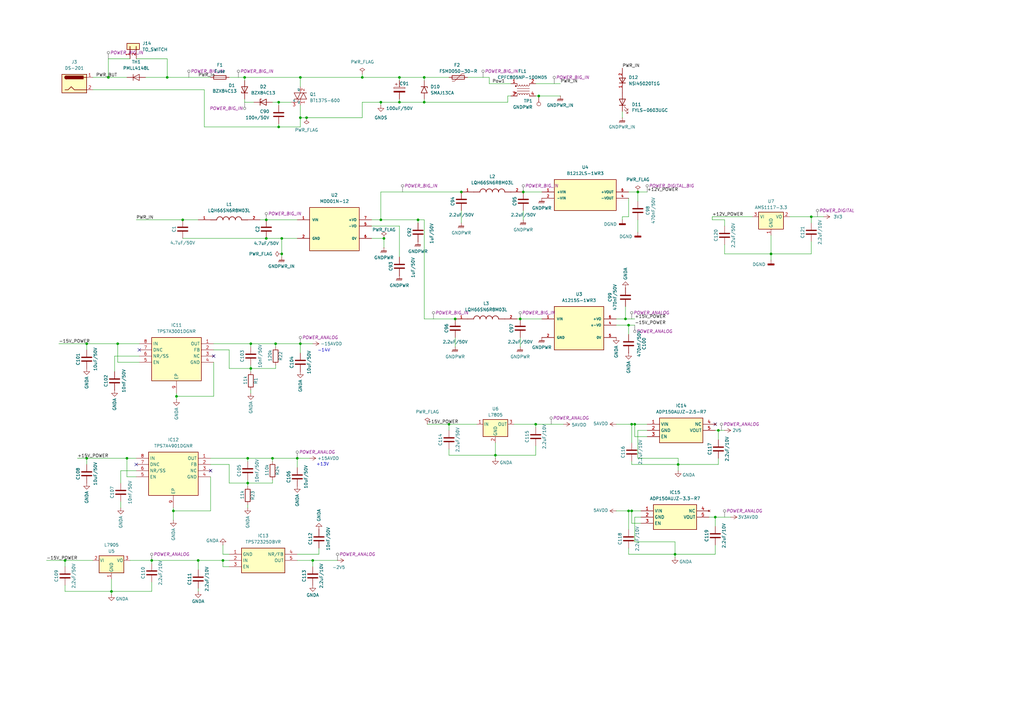
<source format=kicad_sch>
(kicad_sch (version 20231120) (generator "eeschema") (generator_version "8.0")
  (paper "A3")
  (junction (at 114.3 41.91))
  (junction (at 276.86 227.33))
  (junction (at 173.99 31.75))
  (junction (at 114.3 52.07))
  (junction (at 256.54 130.81))
  (junction (at 48.26 140.97))
  (junction (at 259.08 173.99))
  (junction (at 91.44 229.87))
  (junction (at 156.21 90.17))
  (junction (at 115.57 104.14))
  (junction (at 81.28 229.87))
  (junction (at 171.45 90.17))
  (junction (at 219.71 173.99))
  (junction (at 125.73 48.26))
  (junction (at 45.72 242.57))
  (junction (at 259.08 209.55))
  (junction (at 257.81 133.35))
  (junction (at 35.56 187.96))
  (junction (at 156.21 41.91))
  (junction (at 203.2 186.69))
  (junction (at 35.56 140.97))
  (junction (at 123.19 140.97))
  (junction (at 123.19 48.26))
  (junction (at 163.83 31.75))
  (junction (at 44.45 31.75))
  (junction (at 71.12 209.55))
  (junction (at 332.74 88.9))
  (junction (at 189.23 78.74))
  (junction (at 128.27 229.87))
  (junction (at 74.93 90.17))
  (junction (at 186.69 130.81))
  (junction (at 109.22 90.17))
  (junction (at 101.6 187.96))
  (junction (at 293.37 212.09))
  (junction (at 68.58 31.75))
  (junction (at 72.39 162.56))
  (junction (at 163.83 41.91))
  (junction (at 148.59 31.75))
  (junction (at 294.64 176.53))
  (junction (at 102.87 140.97))
  (junction (at 109.22 97.79))
  (junction (at 111.76 187.96))
  (junction (at 115.57 97.79))
  (junction (at 102.87 151.13))
  (junction (at 261.62 78.74))
  (junction (at 101.6 198.12))
  (junction (at 62.23 229.87))
  (junction (at 26.67 229.87))
  (junction (at 278.13 190.5))
  (junction (at 213.36 130.81))
  (junction (at 113.03 140.97))
  (junction (at 214.63 78.74))
  (junction (at 121.92 187.96))
  (junction (at 220.98 39.37))
  (junction (at 260.35 173.99))
  (junction (at 100.33 31.75))
  (junction (at 173.99 41.91))
  (junction (at 157.48 97.79))
  (junction (at 184.15 173.99))
  (junction (at 52.07 187.96))
  (junction (at 316.23 104.14))
  (junction (at 123.19 31.75))
  (junction (at 257.81 209.55))
  (no_connect (at 87.63 146.05))
  (no_connect (at 86.36 193.04))
  (no_connect (at 57.15 143.51))
  (no_connect (at 293.37 173.99))
  (no_connect (at 55.88 190.5))
  (wire (pts (xy 148.59 30.48) (xy 148.59 31.75)))
  (wire (pts (xy 83.82 52.07) (xy 114.3 52.07)))
  (wire (pts (xy 49.53 208.28) (xy 49.53 205.74)))
  (wire (pts (xy 49.53 193.04) (xy 49.53 198.12)))
  (wire (pts (xy 57.15 140.97) (xy 48.26 140.97)))
  (wire (pts (xy 292.1 90.17) (xy 297.18 90.17)))
  (wire (pts (xy 72.39 163.83) (xy 72.39 162.56)))
  (wire (pts (xy 262.89 212.09) (xy 260.35 212.09)))
  (wire (pts (xy 114.3 41.91) (xy 119.38 41.91)))
  (wire (pts (xy 55.88 90.17) (xy 74.93 90.17)))
  (wire (pts (xy 152.4 90.17) (xy 156.21 90.17)))
  (wire (pts (xy 261.62 95.25) (xy 261.62 90.17)))
  (wire (pts (xy 45.72 242.57) (xy 62.23 242.57)))
  (wire (pts (xy 260.35 222.25) (xy 276.86 222.25)))
  (wire (pts (xy 100.33 40.64) (xy 100.33 41.91)))
  (wire (pts (xy 57.15 148.59) (xy 48.26 148.59)))
  (wire (pts (xy 173.99 40.64) (xy 173.99 41.91)))
  (wire (pts (xy 173.99 31.75) (xy 184.15 31.75)))
  (wire (pts (xy 297.18 104.14) (xy 316.23 104.14)))
  (wire (pts (xy 255.27 88.9) (xy 255.27 90.17)))
  (wire (pts (xy 101.6 187.96) (xy 101.6 189.23)))
  (wire (pts (xy 252.73 173.99) (xy 259.08 173.99)))
  (wire (pts (xy 332.74 88.9) (xy 337.82 88.9)))
  (wire (pts (xy 26.67 242.57) (xy 45.72 242.57)))
  (wire (pts (xy 130.81 227.33) (xy 121.92 227.33)))
  (wire (pts (xy 156.21 43.18) (xy 156.21 41.91)))
  (wire (pts (xy 212.09 130.81) (xy 213.36 130.81)))
  (wire (pts (xy 148.59 31.75) (xy 163.83 31.75)))
  (wire (pts (xy 72.39 162.56) (xy 72.39 161.29)))
  (wire (pts (xy 123.19 43.18) (xy 123.19 48.26)))
  (wire (pts (xy 35.56 140.97) (xy 35.56 143.51)))
  (wire (pts (xy 93.98 232.41) (xy 91.44 232.41)))
  (wire (pts (xy 125.73 48.26) (xy 148.59 48.26)))
  (wire (pts (xy 113.03 142.24) (xy 113.03 140.97)))
  (wire (pts (xy 257.81 81.28) (xy 257.81 88.9)))
  (wire (pts (xy 297.18 176.53) (xy 294.64 176.53)))
  (wire (pts (xy 278.13 187.96) (xy 278.13 190.5)))
  (wire (pts (xy 293.37 212.09) (xy 290.83 212.09)))
  (wire (pts (xy 113.03 149.86) (xy 113.03 151.13)))
  (wire (pts (xy 213.36 142.24) (xy 213.36 138.43)))
  (wire (pts (xy 175.26 173.99) (xy 184.15 173.99)))
  (wire (pts (xy 156.21 78.74) (xy 189.23 78.74)))
  (wire (pts (xy 121.92 97.79) (xy 115.57 97.79)))
  (wire (pts (xy 260.35 173.99) (xy 265.43 173.99)))
  (wire (pts (xy 91.44 223.52) (xy 91.44 227.33)))
  (wire (pts (xy 184.15 186.69) (xy 203.2 186.69)))
  (wire (pts (xy 55.88 195.58) (xy 52.07 195.58)))
  (wire (pts (xy 261.62 187.96) (xy 278.13 187.96)))
  (wire (pts (xy 111.76 189.23) (xy 111.76 187.96)))
  (wire (pts (xy 259.08 214.63) (xy 259.08 209.55)))
  (wire (pts (xy 87.63 143.51) (xy 93.98 143.51)))
  (wire (pts (xy 55.88 187.96) (xy 52.07 187.96)))
  (wire (pts (xy 332.74 104.14) (xy 316.23 104.14)))
  (wire (pts (xy 44.45 24.13) (xy 44.45 31.75)))
  (wire (pts (xy 55.88 24.13) (xy 68.58 24.13)))
  (wire (pts (xy 152.4 97.79) (xy 157.48 97.79)))
  (wire (pts (xy 74.93 90.17) (xy 81.28 90.17)))
  (wire (pts (xy 121.92 191.77) (xy 121.92 187.96)))
  (wire (pts (xy 332.74 91.44) (xy 332.74 88.9)))
  (wire (pts (xy 200.66 31.75) (xy 191.77 31.75)))
  (wire (pts (xy 109.22 90.17) (xy 121.92 90.17)))
  (wire (pts (xy 101.6 207.01) (xy 101.6 208.28)))
  (wire (pts (xy 46.99 146.05) (xy 57.15 146.05)))
  (wire (pts (xy 252.73 133.35) (xy 257.81 133.35)))
  (wire (pts (xy 123.19 48.26) (xy 125.73 48.26)))
  (wire (pts (xy 113.03 140.97) (xy 102.87 140.97)))
  (wire (pts (xy 101.6 198.12) (xy 101.6 196.85)))
  (wire (pts (xy 293.37 215.9) (xy 293.37 212.09)))
  (wire (pts (xy 257.81 224.79) (xy 257.81 227.33)))
  (wire (pts (xy 261.62 78.74) (xy 261.62 82.55)))
  (wire (pts (xy 257.81 78.74) (xy 261.62 78.74)))
  (wire (pts (xy 111.76 41.91) (xy 114.3 41.91)))
  (wire (pts (xy 265.43 176.53) (xy 261.62 176.53)))
  (wire (pts (xy 252.73 130.81) (xy 256.54 130.81)))
  (wire (pts (xy 86.36 187.96) (xy 101.6 187.96)))
  (wire (pts (xy 100.33 41.91) (xy 104.14 41.91)))
  (wire (pts (xy 261.62 176.53) (xy 261.62 187.96)))
  (wire (pts (xy 62.23 238.76) (xy 62.23 242.57)))
  (wire (pts (xy 111.76 198.12) (xy 101.6 198.12)))
  (wire (pts (xy 81.28 229.87) (xy 81.28 233.68)))
  (wire (pts (xy 184.15 184.15) (xy 184.15 186.69)))
  (wire (pts (xy 113.03 151.13) (xy 102.87 151.13)))
  (wire (pts (xy 163.83 92.71) (xy 163.83 105.41)))
  (wire (pts (xy 123.19 31.75) (xy 148.59 31.75)))
  (wire (pts (xy 128.27 229.87) (xy 138.43 229.87)))
  (wire (pts (xy 163.83 40.64) (xy 163.83 41.91)))
  (wire (pts (xy 93.98 31.75) (xy 100.33 31.75)))
  (wire (pts (xy 102.87 160.02) (xy 102.87 161.29)))
  (wire (pts (xy 123.19 140.97) (xy 128.27 140.97)))
  (wire (pts (xy 173.99 130.81) (xy 186.69 130.81)))
  (wire (pts (xy 86.36 209.55) (xy 71.12 209.55)))
  (wire (pts (xy 91.44 229.87) (xy 93.98 229.87)))
  (wire (pts (xy 219.71 182.88) (xy 219.71 186.69)))
  (wire (pts (xy 109.22 97.79) (xy 115.57 97.79)))
  (wire (pts (xy 53.34 24.13) (xy 44.45 24.13)))
  (wire (pts (xy 102.87 152.4) (xy 102.87 151.13)))
  (wire (pts (xy 297.18 100.33) (xy 297.18 104.14)))
  (wire (pts (xy 219.71 173.99) (xy 219.71 175.26)))
  (wire (pts (xy 256.54 130.81) (xy 260.35 130.81)))
  (wire (pts (xy 68.58 31.75) (xy 86.36 31.75)))
  (wire (pts (xy 294.64 180.34) (xy 294.64 176.53)))
  (wire (pts (xy 91.44 227.33) (xy 93.98 227.33)))
  (wire (pts (xy 260.35 179.07) (xy 260.35 173.99)))
  (wire (pts (xy 203.2 181.61) (xy 203.2 186.69)))
  (wire (pts (xy 276.86 227.33) (xy 276.86 228.6)))
  (wire (pts (xy 87.63 148.59) (xy 87.63 162.56)))
  (wire (pts (xy 46.99 152.4) (xy 46.99 146.05)))
  (wire (pts (xy 210.82 173.99) (xy 219.71 173.99)))
  (wire (pts (xy 102.87 151.13) (xy 102.87 149.86)))
  (wire (pts (xy 257.81 227.33) (xy 276.86 227.33)))
  (wire (pts (xy 163.83 31.75) (xy 163.83 33.02)))
  (wire (pts (xy 100.33 31.75) (xy 100.33 33.02)))
  (wire (pts (xy 26.67 232.41) (xy 26.67 229.87)))
  (wire (pts (xy 93.98 143.51) (xy 93.98 151.13)))
  (wire (pts (xy 316.23 96.52) (xy 316.23 104.14)))
  (wire (pts (xy 35.56 187.96) (xy 35.56 190.5)))
  (wire (pts (xy 83.82 36.83) (xy 38.1 36.83)))
  (wire (pts (xy 130.81 224.79) (xy 130.81 227.33)))
  (wire (pts (xy 163.83 41.91) (xy 173.99 41.91)))
  (wire (pts (xy 83.82 36.83) (xy 83.82 52.07)))
  (wire (pts (xy 45.72 242.57) (xy 45.72 243.84)))
  (wire (pts (xy 186.69 142.24) (xy 186.69 138.43)))
  (wire (pts (xy 255.27 48.26) (xy 255.27 45.72)))
  (wire (pts (xy 81.28 229.87) (xy 91.44 229.87)))
  (wire (pts (xy 48.26 148.59) (xy 48.26 140.97)))
  (wire (pts (xy 294.64 176.53) (xy 293.37 176.53)))
  (wire (pts (xy 332.74 88.9) (xy 323.85 88.9)))
  (wire (pts (xy 148.59 41.91) (xy 156.21 41.91)))
  (wire (pts (xy 121.92 229.87) (xy 128.27 229.87)))
  (wire (pts (xy 52.07 195.58) (xy 52.07 187.96)))
  (wire (pts (xy 257.81 133.35) (xy 257.81 137.16)))
  (wire (pts (xy 71.12 213.36) (xy 71.12 209.55)))
  (wire (pts (xy 86.36 190.5) (xy 93.98 190.5)))
  (wire (pts (xy 292.1 88.9) (xy 308.61 88.9)))
  (wire (pts (xy 19.05 229.87) (xy 26.67 229.87)))
  (wire (pts (xy 208.28 41.91) (xy 208.28 39.37)))
  (wire (pts (xy 252.73 209.55) (xy 257.81 209.55)))
  (wire (pts (xy 62.23 229.87) (xy 62.23 231.14)))
  (wire (pts (xy 208.28 39.37) (xy 209.55 39.37)))
  (wire (pts (xy 35.56 140.97) (xy 24.13 140.97)))
  (wire (pts (xy 93.98 151.13) (xy 102.87 151.13)))
  (wire (pts (xy 171.45 90.17) (xy 171.45 91.44)))
  (wire (pts (xy 214.63 78.74) (xy 222.25 78.74)))
  (wire (pts (xy 44.45 31.75) (xy 38.1 31.75)))
  (wire (pts (xy 53.34 229.87) (xy 62.23 229.87)))
  (wire (pts (xy 55.88 193.04) (xy 49.53 193.04)))
  (wire (pts (xy 26.67 240.03) (xy 26.67 242.57)))
  (wire (pts (xy 259.08 189.23) (xy 259.08 190.5)))
  (wire (pts (xy 91.44 232.41) (xy 91.44 229.87)))
  (wire (pts (xy 257.81 217.17) (xy 257.81 209.55)))
  (wire (pts (xy 260.35 212.09) (xy 260.35 222.25)))
  (wire (pts (xy 114.3 41.91) (xy 114.3 43.18)))
  (wire (pts (xy 59.69 31.75) (xy 68.58 31.75)))
  (wire (pts (xy 173.99 90.17) (xy 171.45 90.17)))
  (wire (pts (xy 173.99 130.81) (xy 173.99 90.17)))
  (wire (pts (xy 156.21 41.91) (xy 163.83 41.91)))
  (wire (pts (xy 219.71 173.99) (xy 231.14 173.99)))
  (wire (pts (xy 71.12 209.55) (xy 71.12 208.28)))
  (wire (pts (xy 148.59 48.26) (xy 148.59 41.91)))
  (wire (pts (xy 262.89 214.63) (xy 259.08 214.63)))
  (wire (pts (xy 259.08 173.99) (xy 260.35 173.99)))
  (wire (pts (xy 93.98 190.5) (xy 93.98 198.12)))
  (wire (pts (xy 156.21 90.17) (xy 156.21 78.74)))
  (wire (pts (xy 100.33 31.75) (xy 123.19 31.75)))
  (wire (pts (xy 276.86 222.25) (xy 276.86 227.33)))
  (wire (pts (xy 121.92 187.96) (xy 127 187.96)))
  (wire (pts (xy 74.93 97.79) (xy 109.22 97.79)))
  (wire (pts (xy 123.19 52.07) (xy 123.19 48.26)))
  (wire (pts (xy 31.75 187.96) (xy 35.56 187.96)))
  (wire (pts (xy 62.23 229.87) (xy 81.28 229.87)))
  (wire (pts (xy 316.23 104.14) (xy 316.23 106.68)))
  (wire (pts (xy 229.87 39.37) (xy 220.98 39.37)))
  (wire (pts (xy 278.13 190.5) (xy 278.13 193.04)))
  (wire (pts (xy 115.57 104.14) (xy 115.57 105.41)))
  (wire (pts (xy 111.76 196.85) (xy 111.76 198.12)))
  (wire (pts (xy 213.36 130.81) (xy 222.25 130.81)))
  (wire (pts (xy 48.26 140.97) (xy 35.56 140.97)))
  (wire (pts (xy 332.74 99.06) (xy 332.74 104.14)))
  (wire (pts (xy 184.15 173.99) (xy 195.58 173.99)))
  (wire (pts (xy 220.98 39.37) (xy 219.71 39.37)))
  (wire (pts (xy 68.58 24.13) (xy 68.58 31.75)))
  (wire (pts (xy 257.81 133.35) (xy 260.35 133.35)))
  (wire (pts (xy 128.27 229.87) (xy 128.27 232.41)))
  (wire (pts (xy 81.28 242.57) (xy 81.28 241.3)))
  (wire (pts (xy 171.45 90.17) (xy 156.21 90.17)))
  (wire (pts (xy 86.36 195.58) (xy 86.36 209.55)))
  (wire (pts (xy 256.54 125.73) (xy 256.54 130.81)))
  (wire (pts (xy 163.83 31.75) (xy 173.99 31.75)))
  (wire (pts (xy 294.64 187.96) (xy 294.64 190.5)))
  (wire (pts (xy 219.71 186.69) (xy 203.2 186.69)))
  (wire (pts (xy 123.19 144.78) (xy 123.19 140.97)))
  (wire (pts (xy 294.64 190.5) (xy 278.13 190.5)))
  (wire (pts (xy 259.08 209.55) (xy 262.89 209.55)))
  (wire (pts (xy 115.57 97.79) (xy 115.57 104.14)))
  (wire (pts (xy 259.08 181.61) (xy 259.08 173.99)))
  (wire (pts (xy 209.55 34.29) (xy 200.66 34.29)))
  (wire (pts (xy 299.72 212.09) (xy 293.37 212.09)))
  (wire (pts (xy 173.99 41.91) (xy 208.28 41.91)))
  (wire (pts (xy 26.67 229.87) (xy 38.1 229.87)))
  (wire (pts (xy 101.6 199.39) (xy 101.6 198.12)))
  (wire (pts (xy 257.81 88.9) (xy 255.27 88.9)))
  (wire (pts (xy 106.68 90.17) (xy 109.22 90.17)))
  (wire (pts (xy 293.37 223.52) (xy 293.37 227.33)))
  (wire (pts (xy 229.87 34.29) (xy 219.71 34.29)))
  (wire (pts (xy 293.37 227.33) (xy 276.86 227.33)))
  (wire (pts (xy 257.81 209.55) (xy 259.08 209.55)))
  (wire (pts (xy 44.45 31.75) (xy 52.07 31.75)))
  (wire (pts (xy 200.66 34.29) (xy 200.66 31.75)))
  (wire (pts (xy 173.99 31.75) (xy 173.99 33.02)))
  (wire (pts (xy 123.19 140.97) (xy 113.03 140.97)))
  (wire (pts (xy 297.18 90.17) (xy 297.18 92.71)))
  (wire (pts (xy 292.1 90.17) (xy 292.1 88.9)))
  (wire (pts (xy 189.23 91.44) (xy 189.23 86.36)))
  (wire (pts (xy 114.3 52.07) (xy 123.19 52.07)))
  (wire (pts (xy 93.98 198.12) (xy 101.6 198.12)))
  (wire (pts (xy 157.48 97.79) (xy 157.48 101.6)))
  (wire (pts (xy 52.07 187.96) (xy 35.56 187.96)))
  (wire (pts (xy 123.19 31.75) (xy 123.19 35.56)))
  (wire (pts (xy 45.72 237.49) (xy 45.72 242.57)))
  (wire (pts (xy 152.4 92.71) (xy 163.83 92.71)))
  (wire (pts (xy 184.15 173.99) (xy 184.15 176.53)))
  (wire (pts (xy 111.76 187.96) (xy 101.6 187.96)))
  (wire (pts (xy 87.63 140.97) (xy 102.87 140.97)))
  (wire (pts (xy 265.43 179.07) (xy 260.35 179.07)))
  (wire (pts (xy 114.3 50.8) (xy 114.3 52.07)))
  (wire (pts (xy 203.2 186.69) (xy 203.2 187.96)))
  (wire (pts (xy 261.62 78.74) (xy 265.43 78.74)))
  (wire (pts (xy 87.63 162.56) (xy 72.39 162.56)))
  (wire (pts (xy 259.08 190.5) (xy 278.13 190.5)))
  (wire (pts (xy 121.92 187.96) (xy 111.76 187.96)))
  (wire (pts (xy 214.63 90.17) (xy 214.63 86.36)))
  (wire (pts (xy 102.87 140.97) (xy 102.87 142.24)))
  (text "+13V\n" (at 132.334 190.5 0) (effects (font (size 1.27 1.27))))
  (text "-14V" (at 132.842 143.764 0) (effects (font (size 1.27 1.27))))
  (label "+15V_POWER" (at 175.26 173.99 0))
  (label "PWR_BUT" (at 39.37 31.75 0))
  (label "+15V_POWER" (at 260.35 130.81 0))
  (label "Pow1" (at 201.93 34.29 0))
  (label "+12V_POWER" (at 265.43 78.74 0))
  (label "PWR_IN" (at 229.87 34.29 0))
  (label "+15V_POWER" (at 31.75 187.96 0))
  (label "-15V_POWER" (at 24.13 140.97 0))
  (label "-15V_POWER" (at 260.35 133.35 0))
  (label "PWR_In" (at 81.28 31.75 0))
  (label "+12V_POWER" (at 292.1 88.9 0))
  (label "PWR_IN" (at 255.27 27.94 0))
  (label "PWR_IN" (at 55.88 90.17 0))
  (label "-15V_POWER" (at 19.05 229.87 0))
  (netclass_flag "" (length 2.54) (shape round) (at 44.45 24.13 0) (property "Netclass" "POWER_BIG_IN" (at 45.1485 21.59 0) (effects (font (italic yes)) (justify left))))
  (netclass_flag "" (length 2.54) (shape round) (at 265.43 78.74 0) (property "Netclass" "POWER_DIGITAL_BIG" (at 266.1285 76.2 0) (effects (font (italic yes)) (justify left))))
  (netclass_flag "" (length 2.54) (shape round) (at 138.43 229.87 0) (property "Netclass" "POWER_ANALOG" (at 139.1285 227.33 0) (effects (font (italic yes)) (justify left))))
  (netclass_flag "" (length 2.54) (shape round) (at 213.36 130.81 0) (property "Netclass" "POWER_BIG_IN" (at 214.0585 128.27 0) (effects (font (italic yes)) (justify left))))
  (netclass_flag "" (length 2.54) (shape round) (at 198.12 31.75 0) (property "Netclass" "POWER_BIG_IN" (at 198.8185 29.21 0) (effects (font (italic yes)) (justify left))))
  (netclass_flag "" (length 2.54) (shape round) (at 295.91 176.53 0) (property "Netclass" "POWER_ANALOG" (at 296.6085 173.99 0) (effects (font (italic yes)) (justify left))))
  (netclass_flag "" (length 2.54) (shape round) (at 214.63 78.74 0) (property "Netclass" "POWER_BIG_IN" (at 215.3285 76.2 0) (effects (font (italic yes)) (justify left))))
  (netclass_flag "" (length 2.54) (shape round) (at 100.33 41.91 180) (property "Netclass" "POWER_BIG_IN" (at 99.6315 44.45 0) (effects (font (italic yes)) (justify right))))
  (netclass_flag "" (length 2.54) (shape round) (at 177.8 130.81 0) (property "Netclass" "POWER_BIG_IN" (at 178.4985 128.27 0) (effects (font (italic yes)) (justify left))))
  (netclass_flag "" (length 2.54) (shape round) (at 227.33 34.29 0) (property "Netclass" "POWER_BIG_IN" (at 228.0285 31.75 0) (effects (font (italic yes)) (justify left))))
  (netclass_flag "" (length 2.54) (shape round) (at 77.47 31.75 0) (property "Netclass" "POWER_BIG_IN" (at 78.1685 29.21 0) (effects (font (italic yes)) (justify left))))
  (netclass_flag "" (length 2.54) (shape round) (at 97.79 31.75 0) (property "Netclass" "POWER_BIG_IN" (at 98.4885 29.21 0) (effects (font (italic yes)) (justify left))))
  (netclass_flag "" (length 2.54) (shape round) (at 259.08 130.81 0) (property "Netclass" "POWER_ANALOG" (at 259.7785 128.27 0) (effects (font (italic yes)) (justify left))))
  (netclass_flag "" (length 2.54) (shape round) (at 335.28 88.9 0) (property "Netclass" "POWER_DIGITAL" (at 335.9785 86.36 0) (effects (font (italic yes)) (justify left))))
  (netclass_flag "" (length 2.54) (shape round) (at 109.22 90.17 0) (property "Netclass" "POWER_BIG_IN" (at 109.9185 87.63 0) (effects (font (italic yes)) (justify left))))
  (netclass_flag "" (length 2.54) (shape round) (at 226.06 173.99 0) (property "Netclass" "POWER_ANALOG" (at 226.7585 171.45 0) (effects (font (italic yes)) (justify left))))
  (netclass_flag "" (length 2.54) (shape round) (at 165.1 78.74 0) (property "Netclass" "POWER_BIG_IN" (at 165.7985 76.2 0) (effects (font (italic yes)) (justify left))))
  (netclass_flag "" (length 2.54) (shape round) (at 123.19 140.97 0) (property "Netclass" "POWER_ANALOG" (at 123.8885 138.43 0) (effects (font (italic yes)) (justify left))))
  (netclass_flag "" (length 2.54) (shape round) (at 121.92 187.96 0) (property "Netclass" "POWER_ANALOG" (at 122.6185 185.42 0) (effects (font (italic yes)) (justify left))))
  (netclass_flag "" (length 2.54) (shape round) (at 260.35 133.35 180) (property "Netclass" "POWER_ANALOG" (at 261.0485 135.89 0) (effects (font (italic yes)) (justify left))))
  (netclass_flag "" (length 2.54) (shape round) (at 297.18 212.09 0) (property "Netclass" "POWER_ANALOG" (at 297.8785 209.55 0) (effects (font (italic yes)) (justify left))))
  (netclass_flag "" (length 2.54) (shape round) (at 62.23 229.87 0) (property "Netclass" "POWER_ANALOG" (at 62.9285 227.33 0) (effects (font (italic yes)) (justify left))))
  (symbol (lib_id "power:PWR_FLAG") (at 157.48 97.79 0) (unit 1)
    (property "Reference" "#FLG010" (effects (hide yes)))
    (property "Value" "PWR_FLAG" (at 157.48 94.234 0))
    (property "Description" "Special symbol for telling ERC where power comes from" (effects (hide yes)))
  )
  (symbol (lib_id "power:GNDD") (at 261.62 95.25 0) (mirror y) (unit 1)
    (property "Reference" "#PWR0158" (effects (hide yes)))
    (property "Value" "DGND" (at 254 97.028 0) (effects (justify right)))
    (property "Description" "Power symbol creates a global label with name \"GNDD\" , digital ground" (effects (hide yes)))
  )
  (symbol (lib_id "Device:C") (at 297.18 96.52 0) (mirror y) (unit 1)
    (property "Reference" "C120" (at 293.624 96.52 90))
    (property "Value" "2.2uF/50V" (at 300.736 96.52 90))
    (property "Footprint" "Capacitor_SMD:C_0805_2012Metric_Pad1.18x1.45mm_HandSolder" (effects (hide yes)))
    (property "Description" "Unpolarized capacitor" (effects (hide yes)))
  )
  (symbol (lib_id "Device:C") (at 219.71 179.07 0) (mirror y) (unit 1)
    (property "Reference" "C115" (at 216.154 179.07 90))
    (property "Value" "2.2uF/10V" (at 223.266 179.07 90))
    (property "Footprint" "Capacitor_SMD:C_0805_2012Metric_Pad1.18x1.45mm_HandSolder" (effects (hide yes)))
    (property "Description" "Unpolarized capacitor" (effects (hide yes)))
  )
  (symbol (lib_id "power:GNDPWR") (at 222.25 138.43 0) (unit 1)
    (property "Reference" "#PWR08" (effects (hide yes)))
    (property "Value" "GNDPWR" (at 218.186 142.494 0) (effects (justify left)))
    (property "Description" "Power symbol creates a global label with name \"GNDPWR\" , global ground" (effects (hide yes)))
  )
  (symbol (lib_id "Device:R") (at 113.03 146.05 0) (unit 1)
    (property "Reference" "R22" (at 115.062 146.05 90))
    (property "Value" "120k" (at 110.744 145.796 90))
    (property "Footprint" "Resistor_SMD:R_0603_1608Metric_Pad0.98x0.95mm_HandSolder" (effects (hide yes)))
    (property "Description" "Resistor" (effects (hide yes)))
  )
  (symbol (lib_id "Device:C") (at 213.36 134.62 0) (mirror y) (unit 1)
    (property "Reference" "C97" (at 209.804 134.62 90))
    (property "Value" "2.2uF/50V" (at 213.36 140.208 0))
    (property "Footprint" "Capacitor_SMD:C_0805_2012Metric_Pad1.18x1.45mm_HandSolder" (effects (hide yes)))
    (property "Description" "Unpolarized capacitor" (effects (hide yes)))
  )
  (symbol (lib_id "power:GNDPWR") (at 186.69 142.24 0) (unit 1)
    (property "Reference" "#PWR0162" (effects (hide yes)))
    (property "Value" "GNDPWR" (at 182.626 146.304 0) (effects (justify left)))
    (property "Description" "Power symbol creates a global label with name \"GNDPWR\" , global ground" (effects (hide yes)))
  )
  (symbol (lib_id "Device:Fuse") (at 90.17 31.75 90) (unit 1)
    (property "Reference" "F1" (at 90.17 26.67 90))
    (property "Value" "Fuse" (at 90.17 29.21 90))
    (property "Footprint" "Fuse:Fuseholder_Cylinder-5x20mm_Stelvio-Kontek_PTF78_Horizontal_Open" (effects (hide yes)))
    (property "Description" "Fuse" (effects (hide yes)))
  )
  (symbol (lib_id "power:PWR_FLAG") (at 125.73 48.26 180) (unit 1)
    (property "Reference" "#FLG02" (effects (hide yes)))
    (property "Value" "PWR_FLAG" (at 125.73 53.34 0))
    (property "Description" "Special symbol for telling ERC where power comes from" (effects (hide yes)))
  )
  (symbol (lib_id "TPS7A4901DGNR:TPS7A4901DGNR") (at 86.36 187.96 0) (mirror y) (unit 1)
    (property "Reference" "IC12" (at 71.12 180.34 0))
    (property "Value" "TPS7A4901DGNR" (at 71.12 182.88 0))
    (property "Footprint" "SOP65P490X110-9N" (effects (hide yes)))
    (property "Datasheet" "http://www.ti.com/lit/ds/sbvs121b/sbvs121b.pdf" (effects (hide yes)))
    (property "Description" "Vin 3V to 36V, 150mA, Ultra-Low-Noise, High-PSRR Low-Dropout (LDO) Linear Regulator" (effects (hide yes)))
    (property "Height" "1.1" (effects (hide yes)))
    (property "Manufacturer_Name" "Texas Instruments" (effects (hide yes)))
    (property "Manufacturer_Part_Number" "TPS7A4901DGNR" (effects (hide yes)))
    (property "Mouser Part Number" "595-TPS7A4901DGNR" (effects (hide yes)))
    (property "Mouser Price/Stock" "https://www.mouser.co.uk/ProductDetail/Texas-Instruments/TPS7A4901DGNR?qs=Ze4%2FuFuz19J1%252B3gTImnAgQ%3D%3D" (effects (hide yes)))
    (property "Arrow Part Number" "TPS7A4901DGNR" (effects (hide yes)))
    (property "Arrow Price/Stock" "null?region=nac" (effects (hide yes)))
  )
  (symbol (lib_id "Device:C") (at 114.3 46.99 0) (mirror y) (unit 1)
    (property "Reference" "C90" (at 110.49 45.7199 0) (effects (justify left)))
    (property "Value" "100n/50V" (at 110.49 48.2599 0) (effects (justify left)))
    (property "Footprint" "Capacitor_SMD:C_0603_1608Metric_Pad1.08x0.95mm_HandSolder" (effects (hide yes)))
    (property "Description" "Unpolarized capacitor" (effects (hide yes)))
  )
  (symbol (lib_id "power:GNDA") (at 276.86 228.6 0) (mirror y) (unit 1)
    (property "Reference" "#PWR0190" (effects (hide yes)))
    (property "Value" "GNDA" (at 281.178 230.378 0))
    (property "Description" "Power symbol creates a global label with name \"GNDA\" , analog ground" (effects (hide yes)))
  )
  (symbol (lib_id "power:GNDPWR") (at 213.36 142.24 0) (unit 1)
    (property "Reference" "#PWR0163" (effects (hide yes)))
    (property "Value" "GNDPWR" (at 209.296 146.304 0) (effects (justify left)))
    (property "Description" "Power symbol creates a global label with name \"GNDPWR\" , global ground" (effects (hide yes)))
  )
  (symbol (lib_id "Device:C") (at 186.69 134.62 0) (mirror y) (unit 1)
    (property "Reference" "C96" (at 183.134 134.62 90))
    (property "Value" "2.2uF/50V" (at 186.69 140.208 0))
    (property "Footprint" "Capacitor_SMD:C_0805_2012Metric_Pad1.18x1.45mm_HandSolder" (effects (hide yes)))
    (property "Description" "Unpolarized capacitor" (effects (hide yes)))
  )
  (symbol (lib_id "power:VDD") (at 138.43 229.87 270) (mirror x) (unit 1)
    (property "Reference" "#PWR0184" (effects (hide yes)))
    (property "Value" "-2V5" (at 138.938 232.664 90))
    (property "Description" "Power symbol creates a global label with name \"VDD\"" (effects (hide yes)))
  )
  (symbol (lib_id "power:VDD") (at 337.82 88.9 270) (unit 1)
    (property "Reference" "#PWR0194" (effects (hide yes)))
    (property "Value" "3V3" (at 343.662 88.9 90))
    (property "Description" "Power symbol creates a global label with name \"VDD\"" (effects (hide yes)))
  )
  (symbol (lib_id "Diode:BZX84Cxx") (at 107.95 41.91 0) (unit 1)
    (property "Reference" "D2" (at 107.95 35.56 0))
    (property "Value" "BZX84C13" (at 107.95 38.1 0))
    (property "Footprint" "Package_TO_SOT_SMD:SOT-23" (effects (hide yes)))
    (property "Datasheet" "https://diotec.com/tl_files/diotec/files/pdf/datasheets/bzx84c2v4.pdf" (effects (hide yes)))
    (property "Description" "300mW Zener Diode, SOT-23" (effects (hide yes)))
  )
  (symbol (lib_id "power:VDD") (at 128.27 140.97 270) (unit 1)
    (property "Reference" "#PWR0172" (effects (hide yes)))
    (property "Value" "-15AVDD" (at 135.89 140.97 90))
    (property "Description" "Power symbol creates a global label with name \"VDD\"" (effects (hide yes)))
  )
  (symbol (lib_id "Regulator_Linear:L7805") (at 203.2 173.99 0) (unit 1)
    (property "Reference" "U6" (at 203.2 167.64 0))
    (property "Value" "L7805" (at 203.2 170.18 0))
    (property "Footprint" "Package_TO_SOT_SMD:TO-263-2" (effects (hide yes)))
    (property "Datasheet" "http://www.st.com/content/ccc/resource/technical/document/datasheet/41/4f/b3/b0/12/d4/47/88/CD00000444.pdf/files/CD00000444.pdf/jcr:content/translations/en.CD00000444.pdf" (effects (hide yes)))
    (property "Description" "Positive 1.5A 35V Linear Regulator, Fixed Output 5V, TO-220/TO-263/TO-252" (effects (hide yes)))
  )
  (symbol (lib_id "power:GNDA") (at 35.56 151.13 0) (mirror y) (unit 1)
    (property "Reference" "#PWR0168" (effects (hide yes)))
    (property "Value" "GNDA" (at 35.56 156.972 90))
    (property "Description" "Power symbol creates a global label with name \"GNDA\" , analog ground" (effects (hide yes)))
  )
  (symbol (lib_id "power:GNDA") (at 123.19 152.4 0) (mirror y) (unit 1)
    (property "Reference" "#PWR0171" (effects (hide yes)))
    (property "Value" "GNDA" (at 123.19 158.242 90))
    (property "Description" "Power symbol creates a global label with name \"GNDA\" , analog ground" (effects (hide yes)))
  )
  (symbol (lib_id "power:GNDS") (at 156.21 43.18 0) (unit 1)
    (property "Reference" "#PWR05" (effects (hide yes)))
    (property "Value" "GNDS" (at 156.21 48.26 0))
    (property "Description" "Power symbol creates a global label with name \"GNDS\" , signal ground" (effects (hide yes)))
  )
  (symbol (lib_id "power:GNDA") (at 256.54 118.11 0) (mirror x) (unit 1)
    (property "Reference" "#PWR0165" (effects (hide yes)))
    (property "Value" "GNDA" (at 256.54 112.268 90))
    (property "Description" "Power symbol creates a global label with name \"GNDA\" , analog ground" (effects (hide yes)))
  )
  (symbol (lib_id "power:GNDA") (at 203.2 187.96 0) (mirror y) (unit 1)
    (property "Reference" "#PWR0185" (effects (hide yes)))
    (property "Value" "GNDA" (at 207.518 189.738 0))
    (property "Description" "Power symbol creates a global label with name \"GNDA\" , analog ground" (effects (hide yes)))
  )
  (symbol (lib_id "power:GNDPWR") (at 157.48 101.6 0) (unit 1)
    (property "Reference" "#PWR02" (effects (hide yes)))
    (property "Value" "GNDPWR" (at 153.416 105.664 0) (effects (justify left)))
    (property "Description" "Power symbol creates a global label with name \"GNDPWR\" , global ground" (effects (hide yes)))
  )
  (symbol (lib_id "ADP150AUJZ-2_5-R7:ADP150AUJZ-2.5-R7") (at 265.43 173.99 0) (unit 1)
    (property "Reference" "IC14" (at 279.4 166.37 0))
    (property "Value" "ADP150AUJZ-2.5-R7" (at 279.4 168.91 0))
    (property "Footprint" "SOT95P280X100-5N" (effects (hide yes)))
    (property "Datasheet" "https://www.analog.com/ADP150/datasheet" (effects (hide yes)))
    (property "Description" "Ultralow Noise, 150 mA CMOS Linear Regulator" (effects (hide yes)))
    (property "Height" "1" (effects (hide yes)))
    (property "Manufacturer_Name" "Analog Devices" (effects (hide yes)))
    (property "Manufacturer_Part_Number" "ADP150AUJZ-2.5-R7" (effects (hide yes)))
    (property "Mouser Part Number" "584-ADP150AUJZ-2.5R7" (effects (hide yes)))
    (property "Mouser Price/Stock" "https://www.mouser.co.uk/ProductDetail/Analog-Devices/ADP150AUJZ-2.5-R7?qs=WIvQP4zGanj2etIX3U%2F6MQ%3D%3D" (effects (hide yes)))
    (property "Arrow Part Number" "ADP150AUJZ-2.5-R7" (effects (hide yes)))
    (property "Arrow Price/Stock" "https://www.arrow.com/en/products/adp150aujz-2.5-r7/analog-devices?region=nac" (effects (hide yes)))
  )
  (symbol (lib_id "power:GNDA") (at 46.99 160.02 0) (mirror y) (unit 1)
    (property "Reference" "#PWR0167" (effects (hide yes)))
    (property "Value" "GNDA" (at 46.99 165.862 90))
    (property "Description" "Power symbol creates a global label with name \"GNDA\" , analog ground" (effects (hide yes)))
  )
  (symbol (lib_id "power:GNDPWR") (at 189.23 91.44 0) (unit 1)
    (property "Reference" "#PWR0161" (effects (hide yes)))
    (property "Value" "GNDPWR" (at 185.166 95.504 0) (effects (justify left)))
    (property "Description" "Power symbol creates a global label with name \"GNDPWR\" , global ground" (effects (hide yes)))
  )
  (symbol (lib_id "Device:C") (at 26.67 236.22 0) (mirror y) (unit 1)
    (property "Reference" "C109" (at 23.114 236.22 90))
    (property "Value" "2.2uF/50V" (at 30.226 236.22 90))
    (property "Footprint" "Capacitor_SMD:C_0805_2012Metric_Pad1.18x1.45mm_HandSolder" (effects (hide yes)))
    (property "Description" "Unpolarized capacitor" (effects (hide yes)))
  )
  (symbol (lib_id "power:GNDA") (at 71.12 213.36 0) (mirror y) (unit 1)
    (property "Reference" "#PWR0176" (effects (hide yes)))
    (property "Value" "GNDA" (at 71.12 219.202 90))
    (property "Description" "Power symbol creates a global label with name \"GNDA\" , analog ground" (effects (hide yes)))
  )
  (symbol (lib_id "Regulator_Linear:L7905") (at 45.72 229.87 0) (mirror x) (unit 1)
    (property "Reference" "U5" (at 45.72 226.06 0))
    (property "Value" "L7905" (at 45.72 223.52 0))
    (property "Footprint" "Package_TO_SOT_SMD:TO-263-2" (effects (hide yes)))
    (property "Datasheet" "http://www.st.com/content/ccc/resource/technical/document/datasheet/c9/16/86/41/c7/2b/45/f2/CD00000450.pdf/files/CD00000450.pdf/jcr:content/translations/en.CD00000450.pdf" (effects (hide yes)))
    (property "Description" "Negative 1.5A 35V Linear Regulator, Fixed Output -5V, TO-220/TO-263" (effects (hide yes)))
  )
  (symbol (lib_id "power:GNDA") (at 121.92 199.39 0) (mirror y) (unit 1)
    (property "Reference" "#PWR0174" (effects (hide yes)))
    (property "Value" "GNDA" (at 121.92 205.232 90))
    (property "Description" "Power symbol creates a global label with name \"GNDA\" , analog ground" (effects (hide yes)))
  )
  (symbol (lib_id "LQH66SN6R8M03L:LQH66SN6R8M03L") (at 199.39 130.81 0) (unit 1)
    (property "Reference" "L3" (at 199.39 124.46 0))
    (property "Value" "LQH66SN6R8M03L" (at 199.39 127 0))
    (property "Footprint" "zpc-lib:IND_LQH66SN6R8M03L" (effects (hide yes)))
    (property "MF" "Murata" (effects (hide yes)))
    (property "MAXIMUM_PACKAGE_HEIGHT" "5.0mm" (effects (hide yes)))
    (property "Package" "NONSTANDARD" (effects (hide yes)))
    (property "Price" "None" (effects (hide yes)))
    (property "Check_prices" "https://www.snapeda.com/parts/LQH66SN6R8M03L/Murata/view-part/?ref=eda" (effects (hide yes)))
    (property "STANDARD" "Manufacturer Recommendations" (effects (hide yes)))
    (property "PARTREV" "N/A" (effects (hide yes)))
    (property "SnapEDA_Link" "https://www.snapeda.com/parts/LQH66SN6R8M03L/Murata/view-part/?ref=snap" (effects (hide yes)))
    (property "MP" "LQH66SN6R8M03L" (effects (hide yes)))
    (property "Description_1" "\nInductor with Inductance: 6.8uH Tol. +/-20%, Package: 2525 (6363)\n" (effects (hide yes)))
    (property "Availability" "In Stock" (effects (hide yes)))
    (property "MANUFACTURER" "Murata" (effects (hide yes)))
  )
  (symbol (lib_id "Device:C") (at 35.56 194.31 0) (mirror y) (unit 1)
    (property "Reference" "C108" (at 32.004 194.31 90))
    (property "Value" "10uF/50V" (at 39.116 194.31 90))
    (property "Footprint" "Capacitor_SMD:C_0805_2012Metric_Pad1.18x1.45mm_HandSolder" (effects (hide yes)))
    (property "Description" "Unpolarized capacitor" (effects (hide yes)))
  )
  (symbol (lib_id "Device:C") (at 259.08 185.42 0) (mirror y) (unit 1)
    (property "Reference" "C116" (at 255.524 185.42 90))
    (property "Value" "2.2uF/10V" (at 262.636 185.42 90))
    (property "Footprint" "Capacitor_SMD:C_0805_2012Metric_Pad1.18x1.45mm_HandSolder" (effects (hide yes)))
    (property "Description" "Unpolarized capacitor" (effects (hide yes)))
  )
  (symbol (lib_id "Device:C") (at 332.74 95.25 0) (mirror y) (unit 1)
    (property "Reference" "C121" (at 329.184 95.25 90))
    (property "Value" "2.2uF/10V" (at 336.296 95.25 90))
    (property "Footprint" "Capacitor_SMD:C_0805_2012Metric_Pad1.18x1.45mm_HandSolder" (effects (hide yes)))
    (property "Description" "Unpolarized capacitor" (effects (hide yes)))
  )
  (symbol (lib_id "ADP150AUJZ-2_5-R7:ADP150AUJZ-2.5-R7") (at 262.89 209.55 0) (unit 1)
    (property "Reference" "IC15" (at 276.86 201.93 0))
    (property "Value" "ADP150AUJZ-3.3-R7" (at 276.86 204.47 0))
    (property "Footprint" "SOT95P280X100-5N" (effects (hide yes)))
    (property "Datasheet" "https://www.analog.com/ADP150/datasheet" (effects (hide yes)))
    (property "Description" "Ultralow Noise, 150 mA CMOS Linear Regulator" (effects (hide yes)))
    (property "Height" "1" (effects (hide yes)))
    (property "Manufacturer_Name" "Analog Devices" (effects (hide yes)))
    (property "Manufacturer_Part_Number" "ADP150AUJZ-2.5-R7" (effects (hide yes)))
    (property "Mouser Part Number" "584-ADP150AUJZ-2.5R7" (effects (hide yes)))
    (property "Mouser Price/Stock" "https://www.mouser.co.uk/ProductDetail/Analog-Devices/ADP150AUJZ-2.5-R7?qs=WIvQP4zGanj2etIX3U%2F6MQ%3D%3D" (effects (hide yes)))
    (property "Arrow Part Number" "ADP150AUJZ-2.5-R7" (effects (hide yes)))
    (property "Arrow Price/Stock" "https://www.arrow.com/en/products/adp150aujz-2.5-r7/analog-devices?region=nac" (effects (hide yes)))
  )
  (symbol (lib_id "Device:C") (at 62.23 234.95 0) (mirror y) (unit 1)
    (property "Reference" "C110" (at 58.674 234.95 90))
    (property "Value" "2.2uF/10V" (at 65.786 234.95 90))
    (property "Footprint" "Capacitor_SMD:C_0805_2012Metric_Pad1.18x1.45mm_HandSolder" (effects (hide yes)))
    (property "Description" "Unpolarized capacitor" (effects (hide yes)))
  )
  (symbol (lib_id "power:GNDPWR") (at 229.87 39.37 0) (unit 1)
    (property "Reference" "#PWR07" (effects (hide yes)))
    (property "Value" "GNDPWR_IN" (at 229.743 43.18 0))
    (property "Description" "Power symbol creates a global label with name \"GNDPWR\" , global ground" (effects (hide yes)))
  )
  (symbol (lib_id "Device:C") (at 184.15 180.34 0) (mirror y) (unit 1)
    (property "Reference" "C114" (at 180.594 180.34 90))
    (property "Value" "2.2uF/50V" (at 187.706 180.34 90))
    (property "Footprint" "Capacitor_SMD:C_0805_2012Metric_Pad1.18x1.45mm_HandSolder" (effects (hide yes)))
    (property "Description" "Unpolarized capacitor" (effects (hide yes)))
  )
  (symbol (lib_id "power:GNDPWR") (at 255.27 48.26 0) (unit 1)
    (property "Reference" "#PWR04" (effects (hide yes)))
    (property "Value" "GNDPWR_IN" (at 255.143 52.07 0))
    (property "Description" "Power symbol creates a global label with name \"GNDPWR\" , global ground" (effects (hide yes)))
  )
  (symbol (lib_id "power:GNDA") (at 278.13 193.04 0) (mirror y) (unit 1)
    (property "Reference" "#PWR0187" (effects (hide yes)))
    (property "Value" "GNDA" (at 282.448 194.818 0))
    (property "Description" "Power symbol creates a global label with name \"GNDA\" , analog ground" (effects (hide yes)))
  )
  (symbol (lib_id "TPS7A3001DGNR:TPS7A3001DGNR") (at 87.63 140.97 0) (mirror y) (unit 1)
    (property "Reference" "IC11" (at 72.39 133.35 0))
    (property "Value" "TPS7A3001DGNR" (at 72.39 135.89 0))
    (property "Footprint" "SOP65P490X110-9N" (effects (hide yes)))
    (property "Datasheet" "http://www.ti.com/lit/ds/symlink/tps7a30.pdf" (effects (hide yes)))
    (property "Description" "Vin -3V to -36V, -200mA, Ultra-Low-Noise, High-PSRR, Low-Dropout (LDO) Linear Regulator" (effects (hide yes)))
    (property "Height" "1.1" (effects (hide yes)))
    (property "Manufacturer_Name" "Texas Instruments" (effects (hide yes)))
    (property "Manufacturer_Part_Number" "TPS7A3001DGNR" (effects (hide yes)))
    (property "Mouser Part Number" "595-TPS7A3001DGNR" (effects (hide yes)))
    (property "Mouser Price/Stock" "https://www.mouser.co.uk/ProductDetail/Texas-Instruments/TPS7A3001DGNR?qs=Ze4%2FuFuz19IOnYFqkI4X3Q%3D%3D" (effects (hide yes)))
    (property "Arrow Part Number" "TPS7A3001DGNR" (effects (hide yes)))
    (property "Arrow Price/Stock" "https://www.arrow.com/en/products/tps7a3001dgnr/texas-instruments?region=nac" (effects (hide yes)))
  )
  (symbol (lib_id "Sensor_Temperature:KTY85") (at 55.88 31.75 0) (unit 1)
    (property "Reference" "TH1" (at 55.88 25.4 0))
    (property "Value" "PMLL4148L" (at 55.88 27.94 0))
    (property "Footprint" "Diode_SMD:D_MiniMELF" (effects (hide yes)))
    (property "Datasheet" "http://www.nxp.com/documents/other/SC17_GENERAL_TEMP_1996_3.pdf" (effects (hide yes)))
    (property "Description" "KTY85 series silicon temperature sensors, polarized, SOD80" (effects (hide yes)))
  )
  (symbol (lib_id "Device:C") (at 81.28 237.49 0) (mirror y) (unit 1)
    (property "Reference" "C111" (at 77.724 237.49 90))
    (property "Value" "2.2uF/10V" (at 84.836 237.49 90))
    (property "Footprint" "Capacitor_SMD:C_0805_2012Metric_Pad1.18x1.45mm_HandSolder" (effects (hide yes)))
    (property "Description" "Unpolarized capacitor" (effects (hide yes)))
  )
  (symbol (lib_id "power:PWR_FLAG") (at 148.59 30.48 0) (unit 1)
    (property "Reference" "#FLG01" (effects (hide yes)))
    (property "Value" "PWR_FLAG" (at 148.59 25.4 0))
    (property "Description" "Special symbol for telling ERC where power comes from" (effects (hide yes)))
  )
  (symbol (lib_id "power:GNDA") (at 49.53 208.28 0) (mirror y) (unit 1)
    (property "Reference" "#PWR0177" (effects (hide yes)))
    (property "Value" "GNDA" (at 49.53 214.122 90))
    (property "Description" "Power symbol creates a global label with name \"GNDA\" , analog ground" (effects (hide yes)))
  )
  (symbol (lib_id "power:GNDPWR") (at 115.57 105.41 0) (unit 1)
    (property "Reference" "#PWR01" (effects (hide yes)))
    (property "Value" "GNDPWR_IN" (at 115.443 109.22 0))
    (property "Description" "Power symbol creates a global label with name \"GNDPWR\" , global ground" (effects (hide yes)))
  )
  (symbol (lib_id "Device:C") (at 261.62 86.36 0) (mirror y) (unit 1)
    (property "Reference" "C98" (at 265.684 86.36 90))
    (property "Value" "470nF/50V" (at 267.97 86.36 90))
    (property "Footprint" "Capacitor_SMD:C_0805_2012Metric_Pad1.18x1.45mm_HandSolder" (effects (hide yes)))
    (property "Description" "Unpolarized capacitor" (effects (hide yes)))
  )
  (symbol (lib_id "Regulator_Linear:AMS1117-3.3") (at 316.23 88.9 0) (unit 1)
    (property "Reference" "U7" (at 316.23 82.55 0))
    (property "Value" "AMS1117-3.3" (at 316.23 85.09 0))
    (property "Footprint" "Package_TO_SOT_SMD:SOT-223-3_TabPin2" (effects (hide yes)))
    (property "Datasheet" "http://www.advanced-monolithic.com/pdf/ds1117.pdf" (effects (hide yes)))
    (property "Description" "1A Low Dropout regulator, positive, 3.3V fixed output, SOT-223" (effects (hide yes)))
  )
  (symbol (lib_id "power:GNDA") (at 257.81 144.78 0) (mirror y) (unit 1)
    (property "Reference" "#PWR0166" (effects (hide yes)))
    (property "Value" "GNDA" (at 257.81 150.622 90))
    (property "Description" "Power symbol creates a global label with name \"GNDA\" , analog ground" (effects (hide yes)))
  )
  (symbol (lib_id "Device:C") (at 163.83 109.22 0) (mirror y) (unit 1)
    (property "Reference" "C93" (at 160.274 109.22 90))
    (property "Value" "1uF/50V" (at 169.418 109.728 90))
    (property "Footprint" "Capacitor_SMD:C_0805_2012Metric_Pad1.18x1.45mm_HandSolder" (effects (hide yes)))
    (property "Description" "Unpolarized capacitor" (effects (hide yes)))
  )
  (symbol (lib_id "Connector:TestPoint") (at 220.98 39.37 180) (unit 1) (in_bom no)
    (property "Reference" "TP1" (at 218.44 41.402 0) (effects (justify left)))
    (property "Value" "GNDPWR" (at 218.44 43.942 0) (effects (justify left)))
    (property "Footprint" "TestPoint:TestPoint_Loop_D2.60mm_Drill1.6mm_Beaded" (effects (hide yes)))
    (property "Description" "test point" (effects (hide yes)))
  )
  (symbol (lib_id "Connector_Generic:Conn_01x02") (at 53.34 19.05 90) (unit 1)
    (property "Reference" "J14" (at 58.42 17.7799 90) (effects (justify right)))
    (property "Value" "TO_SWITCH" (at 58.42 20.3199 90) (effects (justify right)))
    (property "Footprint" "Connector_Samtec_HPM_THT:Samtec_HPM-02-01-x-S_Straight_1x02_Pitch5.08mm" (effects (hide yes)))
    (property "Description" "Generic connector, single row, 01x02, script generated (kicad-library-utils/schlib/autogen/connector/)" (effects (hide yes)))
  )
  (symbol (lib_id "PDM2-S24-D3-S:PDM2-S24-D3-S") (at 237.49 133.35 0) (unit 1)
    (property "Reference" "U3" (at 237.49 120.65 0))
    (property "Value" "A1215S-1WR3" (at 237.49 123.19 0))
    (property "Footprint" "zpc-lib:CONV_PDM2-S24-D3-S" (effects (hide yes)))
    (property "MF" "CUI Inc." (effects (hide yes)))
    (property "Description_1" "2 W, 1:1 Input Range, Single/Dual Unregulated Output, 6 Pin SIP, 1500 Vdc Isolation, High Temp Range, Dc-Dc Converter" (effects (hide yes)))
    (property "Package" "SIP-6 CUI" (effects (hide yes)))
    (property "Price" "None" (effects (hide yes)))
    (property "Check_prices" "https://www.snapeda.com/parts/PDM2-S24-D3-S/CUI/view-part/?ref=eda" (effects (hide yes)))
    (property "STANDARD" "MANUFACTURER RECOMMENDATIONS" (effects (hide yes)))
    (property "PARTREV" "1.03" (effects (hide yes)))
    (property "SnapEDA_Link" "https://www.snapeda.com/parts/PDM2-S24-D3-S/CUI/view-part/?ref=snap" (effects (hide yes)))
    (property "MP" "PDM2-S24-D3-S" (effects (hide yes)))
    (property "CUI_purchase_URL" "https://www.cui.com/product/dc-dc-converters/isolated/pdm2-s-series?utm_source=snapeda.com&utm_medium=referral&utm_campaign=snapedaBOM" (effects (hide yes)))
    (property "Availability" "In Stock" (effects (hide yes)))
    (property "MANUFACTURER" "CUI INC" (effects (hide yes)))
  )
  (symbol (lib_id "power:GNDPWR") (at 214.63 90.17 0) (unit 1)
    (property "Reference" "#PWR0160" (effects (hide yes)))
    (property "Value" "GNDPWR" (at 210.566 94.234 0) (effects (justify left)))
    (property "Description" "Power symbol creates a global label with name \"GNDPWR\" , global ground" (effects (hide yes)))
  )
  (symbol (lib_id "Device:C") (at 121.92 195.58 0) (mirror y) (unit 1)
    (property "Reference" "C106" (at 118.364 195.58 90))
    (property "Value" "10uF/50V" (at 125.476 195.58 90))
    (property "Footprint" "Capacitor_SMD:C_0805_2012Metric_Pad1.18x1.45mm_HandSolder" (effects (hide yes)))
    (property "Description" "Unpolarized capacitor" (effects (hide yes)))
  )
  (symbol (lib_id "Device:C") (at 257.81 220.98 0) (mirror y) (unit 1)
    (property "Reference" "C118" (at 254.254 220.98 90))
    (property "Value" "2.2uF/10V" (at 261.366 220.98 90))
    (property "Footprint" "Capacitor_SMD:C_0805_2012Metric_Pad1.18x1.45mm_HandSolder" (effects (hide yes)))
    (property "Description" "Unpolarized capacitor" (effects (hide yes)))
  )
  (symbol (lib_id "power:GNDA") (at 35.56 198.12 0) (mirror y) (unit 1)
    (property "Reference" "#PWR0178" (effects (hide yes)))
    (property "Value" "GNDA" (at 35.56 203.962 90))
    (property "Description" "Power symbol creates a global label with name \"GNDA\" , analog ground" (effects (hide yes)))
  )
  (symbol (lib_id "power:GNDA") (at 45.72 243.84 0) (mirror y) (unit 1)
    (property "Reference" "#PWR0179" (effects (hide yes)))
    (property "Value" "GNDA" (at 50.038 245.618 0))
    (property "Description" "Power symbol creates a global label with name \"GNDA\" , analog ground" (effects (hide yes)))
  )
  (symbol (lib_id "Device:C") (at 171.45 95.25 0) (mirror y) (unit 1)
    (property "Reference" "C92" (at 167.894 95.25 90))
    (property "Value" "1uF/50V" (at 177.038 95.758 90))
    (property "Footprint" "Capacitor_SMD:C_0805_2012Metric_Pad1.18x1.45mm_HandSolder" (effects (hide yes)))
    (property "Description" "Unpolarized capacitor" (effects (hide yes)))
  )
  (symbol (lib_id "power:PWR_FLAG") (at 261.62 78.74 0) (unit 1)
    (property "Reference" "#FLG014" (effects (hide yes)))
    (property "Value" "PWR_FLAG" (at 261.62 73.66 0))
  )
  (symbol (lib_id "Connector:Jack-DC") (at 30.48 34.29 0) (unit 1)
    (property "Reference" "J3" (at 30.48 25.4 0))
    (property "Value" "DS-201" (at 30.48 27.94 0))
    (property "Footprint" "zpc-lib:DS201b" (effects (hide yes)))
    (property "Description" "DC Barrel Jack" (effects (hide yes)))
  )
  (symbol (lib_id "Device:C") (at 214.63 82.55 0) (mirror y) (unit 1)
    (property "Reference" "C95" (at 211.074 82.55 90))
    (property "Value" "2.2uF/50V" (at 214.63 88.138 0))
    (property "Footprint" "Capacitor_SMD:C_0805_2012Metric_Pad1.18x1.45mm_HandSolder" (effects (hide yes)))
    (property "Description" "Unpolarized capacitor" (effects (hide yes)))
  )
  (symbol (lib_id "Device:C") (at 130.81 220.98 0) (mirror y) (unit 1)
    (property "Reference" "C112" (at 127.254 220.98 90))
    (property "Value" "10nF/50V" (at 134.62 220.98 90))
    (property "Footprint" "Capacitor_SMD:C_0603_1608Metric_Pad1.08x0.95mm_HandSolder" (effects (hide yes)))
    (property "Description" "Unpolarized capacitor" (effects (hide yes)))
  )
  (symbol (lib_id "PEM2-S12-D12-S:PEM2-S12-D12-S") (at 137.16 92.71 0) (unit 1)
    (property "Reference" "U2" (at 137.16 80.01 0))
    (property "Value" "MDD01N-12" (at 137.16 82.55 0))
    (property "Footprint" "zpc-lib:CONV_PEM2-S12-D12-S" (effects (hide yes)))
    (property "Description" "PEM2-S Series 2 W 12 Vin ±12 Vout Isolated DC-DC Converter" (effects (hide yes)))
    (property "MF" "CUI Inc." (effects (hide yes)))
    (property "DESCRIPTION" "PEM2-S Series 2 W 12 Vin ±12 Vout Isolated DC-DC Converter" (effects (hide yes)))
    (property "PACKAGE" "SIP-7 CUI" (effects (hide yes)))
    (property "PRICE" "7.03 USD" (effects (hide yes)))
    (property "Package" "SIP-7 CUI" (effects (hide yes)))
    (property "Check_prices" "https://www.snapeda.com/parts/PEM2-S12-D12-S/CUI/view-part/?ref=eda" (effects (hide yes)))
    (property "Price" "None" (effects (hide yes)))
    (property "SnapEDA_Link" "https://www.snapeda.com/parts/PEM2-S12-D12-S/CUI/view-part/?ref=snap" (effects (hide yes)))
    (property "MP" "PEM2-S12-D12-S" (effects (hide yes)))
    (property "Availability" "In Stock" (effects (hide yes)))
    (property "CUI_purchase_URL" "https://www.cui.com/product/dc-dc-converters/isolated/pem2-s-series?utm_source=snapeda.com&utm_medium=referral&utm_campaign=snapedaBOM" (effects (hide yes)))
    (property "AVAILABILITY" "Bad" (effects (hide yes)))
    (property "Description_1" "2 W, 1:1 Input Range, Single/Dual Unregulated Output, 7 Pin SIP, 3000 Vdc Isolation, High Temp Range, Dc-Dc Converter" (effects (hide yes)))
  )
  (symbol (lib_id "Device:C") (at 294.64 184.15 0) (mirror y) (unit 1)
    (property "Reference" "C117" (at 291.084 184.15 90))
    (property "Value" "2.2uF/10V" (at 298.196 184.15 90))
    (property "Footprint" "Capacitor_SMD:C_0805_2012Metric_Pad1.18x1.45mm_HandSolder" (effects (hide yes)))
    (property "Description" "Unpolarized capacitor" (effects (hide yes)))
  )
  (symbol (lib_id "Device:LED") (at 255.27 41.91 90) (unit 1)
    (property "Reference" "D11" (at 259.08 42.8625 90) (effects (justify right)))
    (property "Value" "FYLS-0603UGC" (at 259.08 45.212 90) (effects (justify right)))
    (property "Footprint" "LED_SMD:LED_0603_1608Metric_Pad1.05x0.95mm_HandSolder" (effects (hide yes)))
    (property "Description" "Light emitting diode" (effects (hide yes)))
  )
  (symbol (lib_id "Device:C") (at 256.54 121.92 0) (mirror y) (unit 1)
    (property "Reference" "C99" (at 250.19 121.92 90))
    (property "Value" "470nF/50V" (at 252.222 121.92 90))
    (property "Footprint" "Capacitor_SMD:C_0805_2012Metric_Pad1.18x1.45mm_HandSolder" (effects (hide yes)))
    (property "Description" "Unpolarized capacitor" (effects (hide yes)))
  )
  (symbol (lib_id "power:GNDA") (at 128.27 240.03 0) (mirror y) (unit 1)
    (property "Reference" "#PWR0183" (effects (hide yes)))
    (property "Value" "GNDA" (at 128.27 244.094 0))
    (property "Description" "Power symbol creates a global label with name \"GNDA\" , analog ground" (effects (hide yes)))
  )
  (symbol (lib_id "power:GNDPWR") (at 222.25 81.28 0) (unit 1)
    (property "Reference" "#PWR06" (effects (hide yes)))
    (property "Value" "GNDPWR" (at 218.186 85.344 0) (effects (justify left)))
    (property "Description" "Power symbol creates a global label with name \"GNDPWR\" , global ground" (effects (hide yes)))
  )
  (symbol (lib_id "PCN1-S5-S15-S:PCN1-S5-S15-S") (at 240.03 78.74 0) (unit 1)
    (property "Reference" "U4" (at 240.03 68.58 0))
    (property "Value" "B1212LS-1WR3" (at 240.03 71.12 0))
    (property "Footprint" "zpc-lib:CONV_PCN1-S5-S15-S" (effects (hide yes)))
    (property "MF" "CUI Inc." (effects (hide yes)))
    (property "Description_1" "1 W, 1:1 Input Voltage Range, Single/Dual Unregulated Output, SIP, 1,500 Vdc Isolation, Dc-Dc Converter" (effects (hide yes)))
    (property "Package" "SIP-6 CUI" (effects (hide yes)))
    (property "Price" "None" (effects (hide yes)))
    (property "Check_prices" "https://www.snapeda.com/parts/PCN1-S5-S15-S/CUI/view-part/?ref=eda" (effects (hide yes)))
    (property "STANDARD" "Manufacturer recommendations" (effects (hide yes)))
    (property "PARTREV" "1.0" (effects (hide yes)))
    (property "SnapEDA_Link" "https://www.snapeda.com/parts/PCN1-S5-S15-S/CUI/view-part/?ref=snap" (effects (hide yes)))
    (property "MP" "PCN1-S5-S15-S" (effects (hide yes)))
    (property "CUI_purchase_URL" "https://www.cui.com/product/dc-dc-converters/isolated/pcn1-s-series?utm_source=snapeda.com&utm_medium=referral&utm_campaign=snapedaBOM" (effects (hide yes)))
    (property "Availability" "In Stock" (effects (hide yes)))
    (property "MANUFACTURER" "CUI Inc" (effects (hide yes)))
  )
  (symbol (lib_id "power:VDD") (at 297.18 176.53 270) (mirror x) (unit 1)
    (property "Reference" "#PWR0189" (effects (hide yes)))
    (property "Value" "2V5" (at 302.26 176.53 90))
    (property "Description" "Power symbol creates a global label with name \"VDD\"" (effects (hide yes)))
  )
  (symbol (lib_id "power:GNDA") (at 252.73 138.43 0) (mirror y) (unit 1)
    (property "Reference" "#PWR0157" (effects (hide yes)))
    (property "Value" "GNDA" (at 252.73 144.272 90))
    (property "Description" "Power symbol creates a global label with name \"GNDA\" , analog ground" (effects (hide yes)))
  )
  (symbol (lib_id "Diode:BZX84Cxx") (at 100.33 36.83 90) (unit 1)
    (property "Reference" "D1" (at 93.726 35.052 90) (effects (justify right)))
    (property "Value" "BZX84C13" (at 87.122 37.338 90) (effects (justify right)))
    (property "Footprint" "Package_TO_SOT_SMD:SOT-23" (effects (hide yes)))
    (property "Datasheet" "https://diotec.com/tl_files/diotec/files/pdf/datasheets/bzx84c2v4.pdf" (effects (hide yes)))
    (property "Description" "300mW Zener Diode, SOT-23" (effects (hide yes)))
  )
  (symbol (lib_id "power:GNDA") (at 91.44 223.52 0) (mirror x) (unit 1)
    (property "Reference" "#PWR0180" (effects (hide yes)))
    (property "Value" "GNDA" (at 87.122 221.742 0))
    (property "Description" "Power symbol creates a global label with name \"GNDA\" , analog ground" (effects (hide yes)))
  )
  (symbol (lib_id "Diode:SMAJ24A") (at 173.99 36.83 270) (unit 1)
    (property "Reference" "D10" (at 176.53 35.5599 90) (effects (justify left)))
    (property "Value" "SMAJ13CA" (at 176.53 38.0999 90) (effects (justify left)))
    (property "Footprint" "Diode_SMD:D_SMA" (effects (hide yes)))
    (property "Datasheet" "https://www.littelfuse.com/media?resourcetype=datasheets&itemid=75e32973-b177-4ee3-a0ff-cedaf1abdb93&filename=smaj-datasheet" (effects (hide yes)))
    (property "Description" "400W unidirectional Transient Voltage Suppressor, 24.0Vr, SMA(DO-214AC)" (effects (hide yes)))
  )
  (symbol (lib_id "power:GNDPWR") (at 163.83 113.03 0) (unit 1)
    (property "Reference" "#PWR0159" (effects (hide yes)))
    (property "Value" "GNDPWR" (at 159.766 117.094 0) (effects (justify left)))
    (property "Description" "Power symbol creates a global label with name \"GNDPWR\" , global ground" (effects (hide yes)))
  )
  (symbol (lib_id "TPS72325DBVR:TPS72325DBVR") (at 93.98 227.33 0) (unit 1)
    (property "Reference" "IC13" (at 107.95 219.71 0))
    (property "Value" "TPS72325DBVR" (at 107.95 222.25 0))
    (property "Footprint" "SOT95P280X145-5N" (effects (hide yes)))
    (property "Datasheet" "https://datasheet.datasheetarchive.com/originals/distributors/Datasheets-SFU2/DSASFU100034060.pdf" (effects (hide yes)))
    (property "Description" "TEXAS INSTRUMENTS - TPS72325DBVR - LDO, FIXED, -2.5V, 0.2A, SOT-23-5" (effects (hide yes)))
    (property "Height" "1.45" (effects (hide yes)))
    (property "Manufacturer_Name" "Texas Instruments" (effects (hide yes)))
    (property "Manufacturer_Part_Number" "TPS72325DBVR" (effects (hide yes)))
    (property "Mouser Part Number" "595-TPS72325DBVR" (effects (hide yes)))
    (property "Mouser Price/Stock" "https://www.mouser.co.uk/ProductDetail/Texas-Instruments/TPS72325DBVR?qs=6zVL%252ByCp0mrCtYCk6%2F08lw%3D%3D" (effects (hide yes)))
    (property "Arrow Part Number" "TPS72325DBVR" (effects (hide yes)))
    (property "Arrow Price/Stock" "https://www.arrow.com/en/products/tps72325dbvr/texas-instruments?region=nac" (effects (hide yes)))
  )
  (symbol (lib_id "power:PWR_FLAG") (at 115.57 104.14 90) (unit 1)
    (property "Reference" "#FLG08" (effects (hide yes)))
    (property "Value" "PWR_FLAG" (at 111.76 104.1399 90) (effects (justify left)))
    (property "Description" "Special symbol for telling ERC where power comes from" (effects (hide yes)))
  )
  (symbol (lib_id "Device:R") (at 101.6 203.2 0) (unit 1)
    (property "Reference" "R23" (at 103.632 203.2 90))
    (property "Value" "11k" (at 99.314 202.946 90))
    (property "Footprint" "Resistor_SMD:R_0603_1608Metric_Pad0.98x0.95mm_HandSolder" (effects (hide yes)))
    (property "Description" "Resistor" (effects (hide yes)))
  )
  (symbol (lib_id "Device:Polyfuse") (at 187.96 31.75 90) (unit 1)
    (property "Reference" "F2" (at 187.452 26.67 90))
    (property "Value" "FSMD050-30-R" (at 187.96 29.21 90))
    (property "Footprint" "Fuse:Fuse_1812_4532Metric_Pad1.30x3.40mm_HandSolder" (effects (hide yes)))
    (property "Description" "Resettable fuse, polymeric positive temperature coefficient" (effects (hide yes)))
  )
  (symbol (lib_id "Device:C") (at 35.56 147.32 0) (mirror y) (unit 1)
    (property "Reference" "C101" (at 32.004 147.32 90))
    (property "Value" "10uF/50V" (at 39.116 147.32 90))
    (property "Footprint" "Capacitor_SMD:C_0805_2012Metric_Pad1.18x1.45mm_HandSolder" (effects (hide yes)))
    (property "Description" "Unpolarized capacitor" (effects (hide yes)))
  )
  (symbol (lib_id "power:GNDA") (at 72.39 163.83 0) (mirror y) (unit 1)
    (property "Reference" "#PWR0169" (effects (hide yes)))
    (property "Value" "GNDA" (at 72.39 169.672 90))
    (property "Description" "Power symbol creates a global label with name \"GNDA\" , analog ground" (effects (hide yes)))
  )
  (symbol (lib_id "Device:C") (at 189.23 82.55 0) (mirror y) (unit 1)
    (property "Reference" "C94" (at 185.674 82.55 90))
    (property "Value" "2.2uF/50V" (at 189.23 88.138 0))
    (property "Footprint" "Capacitor_SMD:C_0805_2012Metric_Pad1.18x1.45mm_HandSolder" (effects (hide yes)))
    (property "Description" "Unpolarized capacitor" (effects (hide yes)))
  )
  (symbol (lib_id "power:PWR_FLAG") (at 175.26 173.99 0) (unit 1)
    (property "Reference" "#FLG015" (effects (hide yes)))
    (property "Value" "PWR_FLAG" (at 175.26 168.91 0))
  )
  (symbol (lib_id "power:GNDA") (at 130.81 217.17 0) (mirror x) (unit 1)
    (property "Reference" "#PWR0182" (effects (hide yes)))
    (property "Value" "GNDA" (at 130.81 211.328 90))
    (property "Description" "Power symbol creates a global label with name \"GNDA\" , analog ground" (effects (hide yes)))
  )
  (symbol (lib_id "power:GNDA") (at 102.87 161.29 0) (mirror y) (unit 1)
    (property "Reference" "#PWR0170" (effects (hide yes)))
    (property "Value" "GNDA" (at 102.87 167.132 90))
    (property "Description" "Power symbol creates a global label with name \"GNDA\" , analog ground" (effects (hide yes)))
  )
  (symbol (lib_id "Device:C") (at 123.19 148.59 0) (mirror y) (unit 1)
    (property "Reference" "C104" (at 119.634 148.59 90))
    (property "Value" "10uF/50V" (at 126.746 148.59 90))
    (property "Footprint" "Capacitor_SMD:C_0805_2012Metric_Pad1.18x1.45mm_HandSolder" (effects (hide yes)))
    (property "Description" "Unpolarized capacitor" (effects (hide yes)))
  )
  (symbol (lib_id "LQH66SN6R8M03L:LQH66SN6R8M03L") (at 201.93 78.74 0) (unit 1)
    (property "Reference" "L2" (at 201.93 72.39 0))
    (property "Value" "LQH66SN6R8M03L" (at 201.93 74.93 0))
    (property "Footprint" "zpc-lib:IND_LQH66SN6R8M03L" (effects (hide yes)))
    (property "MF" "Murata" (effects (hide yes)))
    (property "MAXIMUM_PACKAGE_HEIGHT" "5.0mm" (effects (hide yes)))
    (property "Package" "NONSTANDARD" (effects (hide yes)))
    (property "Price" "None" (effects (hide yes)))
    (property "Check_prices" "https://www.snapeda.com/parts/LQH66SN6R8M03L/Murata/view-part/?ref=eda" (effects (hide yes)))
    (property "STANDARD" "Manufacturer Recommendations" (effects (hide yes)))
    (property "PARTREV" "N/A" (effects (hide yes)))
    (property "SnapEDA_Link" "https://www.snapeda.com/parts/LQH66SN6R8M03L/Murata/view-part/?ref=snap" (effects (hide yes)))
    (property "MP" "LQH66SN6R8M03L" (effects (hide yes)))
    (property "Description_1" "\nInductor with Inductance: 6.8uH Tol. +/-20%, Package: 2525 (6363)\n" (effects (hide yes)))
    (property "Availability" "In Stock" (effects (hide yes)))
    (property "MANUFACTURER" "Murata" (effects (hide yes)))
  )
  (symbol (lib_id "Device:C") (at 293.37 219.71 0) (mirror y) (unit 1)
    (property "Reference" "C119" (at 289.814 219.71 90))
    (property "Value" "2.2uF/10V" (at 296.926 219.71 90))
    (property "Footprint" "Capacitor_SMD:C_0805_2012Metric_Pad1.18x1.45mm_HandSolder" (effects (hide yes)))
    (property "Description" "Unpolarized capacitor" (effects (hide yes)))
  )
  (symbol (lib_id "power:VDD") (at 252.73 173.99 90) (mirror x) (unit 1)
    (property "Reference" "#PWR0188" (effects (hide yes)))
    (property "Value" "5AVDD" (at 246.38 173.736 90))
    (property "Description" "Power symbol creates a global label with name \"VDD\"" (effects (hide yes)))
  )
  (symbol (lib_id "power:GNDA") (at 81.28 242.57 0) (mirror y) (unit 1)
    (property "Reference" "#PWR0181" (effects (hide yes)))
    (property "Value" "GNDA" (at 81.28 246.634 0))
    (property "Description" "Power symbol creates a global label with name \"GNDA\" , analog ground" (effects (hide yes)))
  )
  (symbol (lib_id "Device:C") (at 101.6 193.04 0) (mirror y) (unit 1)
    (property "Reference" "C105" (at 98.044 193.04 90))
    (property "Value" "10nF/50V" (at 105.41 193.04 90))
    (property "Footprint" "Capacitor_SMD:C_0603_1608Metric_Pad1.08x0.95mm_HandSolder" (effects (hide yes)))
    (property "Description" "Unpolarized capacitor" (effects (hide yes)))
  )
  (symbol (lib_id "Device:C_Polarized") (at 163.83 36.83 0) (unit 1)
    (property "Reference" "C91" (at 163.83 34.29 0) (effects (justify left)))
    (property "Value" "100uF/50V" (at 163.83 44.45 0))
    (property "Footprint" "Capacitor_THT:CP_Radial_D8.0mm_P3.50mm" (effects (hide yes)))
    (property "Description" "Polarized capacitor" (effects (hide yes)))
  )
  (symbol (lib_id "power:VDD") (at 299.72 212.09 270) (mirror x) (unit 1)
    (property "Reference" "#PWR0192" (effects (hide yes)))
    (property "Value" "3V3AVDD" (at 306.832 212.09 90))
    (property "Description" "Power symbol creates a global label with name \"VDD\"" (effects (hide yes)))
  )
  (symbol (lib_id "Device:C") (at 109.22 93.98 0) (mirror y) (unit 1)
    (property "Reference" "C2" (at 105.664 93.98 90))
    (property "Value" "4.7uF/50V" (at 109.22 99.822 0))
    (property "Footprint" "Capacitor_SMD:C_0805_2012Metric_Pad1.18x1.45mm_HandSolder" (effects (hide yes)))
    (property "Description" "Unpolarized capacitor" (effects (hide yes)))
  )
  (symbol (lib_id "Device:C") (at 257.81 140.97 0) (mirror x) (unit 1)
    (property "Reference" "C100" (at 264.16 140.97 90))
    (property "Value" "470nF/50V" (at 262.128 140.97 90))
    (property "Footprint" "Capacitor_SMD:C_0805_2012Metric_Pad1.18x1.45mm_HandSolder" (effects (hide yes)))
    (property "Description" "Unpolarized capacitor" (effects (hide yes)))
  )
  (symbol (lib_id "Triac_Thyristor:BT138-600") (at 123.19 39.37 0) (unit 1)
    (property "Reference" "Q1" (at 127 38.6841 0) (effects (justify left)))
    (property "Value" "BT137S-600" (at 127 41.2241 0) (effects (justify left)))
    (property "Footprint" "Package_TO_SOT_SMD:TO-252-2" (effects (hide yes)))
    (property "Datasheet" "https://assets.nexperia.com/documents/data-sheet/BT138_SER_D_E.pdf" (effects (hide yes)))
    (property "Description" "12A RMS, 600V Off-State Voltage, Triac, TO-220" (effects (hide yes)))
  )
  (symbol (lib_id "Device:Filter_EMI_CommonMode") (at 214.63 36.83 0) (unit 1)
    (property "Reference" "FL1" (at 214.249 29.21 0))
    (property "Value" "CPFC805NP-100M05" (at 214.249 31.75 0))
    (property "Footprint" "zpc-lib:CPFC805" (effects (hide yes)))
    (property "Description" "EMI 2-inductor common mode filter" (effects (hide yes)))
  )
  (symbol (lib_id "Device:C") (at 49.53 201.93 0) (mirror y) (unit 1)
    (property "Reference" "C107" (at 45.974 201.93 90))
    (property "Value" "10nF/50V" (at 53.34 201.93 90))
    (property "Footprint" "Capacitor_SMD:C_0603_1608Metric_Pad1.08x0.95mm_HandSolder" (effects (hide yes)))
    (property "Description" "Unpolarized capacitor" (effects (hide yes)))
  )
  (symbol (lib_id "power:GNDPWR") (at 171.45 99.06 0) (unit 1)
    (property "Reference" "#PWR03" (effects (hide yes)))
    (property "Value" "GNDPWR" (at 167.386 103.124 0) (effects (justify left)))
    (property "Description" "Power symbol creates a global label with name \"GNDPWR\" , global ground" (effects (hide yes)))
  )
  (symbol (lib_id "Device:C") (at 74.93 93.98 0) (mirror y) (unit 1)
    (property "Reference" "C1" (at 71.374 93.98 90))
    (property "Value" "4.7uF/50V" (at 74.93 99.568 0))
    (property "Footprint" "Capacitor_SMD:C_0805_2012Metric_Pad1.18x1.45mm_HandSolder" (effects (hide yes)))
    (property "Description" "Unpolarized capacitor" (effects (hide yes)))
  )
  (symbol (lib_id "Device:C") (at 128.27 236.22 0) (mirror y) (unit 1)
    (property "Reference" "C113" (at 124.714 236.22 90))
    (property "Value" "2.2uF/10V" (at 131.826 236.22 90))
    (property "Footprint" "Capacitor_SMD:C_0805_2012Metric_Pad1.18x1.45mm_HandSolder" (effects (hide yes)))
    (property "Description" "Unpolarized capacitor" (effects (hide yes)))
  )
  (symbol (lib_id "power:GNDA") (at 101.6 208.28 0) (mirror y) (unit 1)
    (property "Reference" "#PWR0173" (effects (hide yes)))
    (property "Value" "GNDA" (at 101.6 214.122 90))
    (property "Description" "Power symbol creates a global label with name \"GNDA\" , analog ground" (effects (hide yes)))
  )
  (symbol (lib_id "Device:R") (at 111.76 193.04 0) (unit 1)
    (property "Reference" "R24" (at 113.792 193.04 90))
    (property "Value" "110k" (at 109.474 192.786 90))
    (property "Footprint" "Resistor_SMD:R_0603_1608Metric_Pad0.98x0.95mm_HandSolder" (effects (hide yes)))
    (property "Description" "Resistor" (effects (hide yes)))
  )
  (symbol (lib_id "power:VDD") (at 127 187.96 270) (mirror x) (unit 1)
    (property "Reference" "#PWR0175" (effects (hide yes)))
    (property "Value" "+15AVDD" (at 134.62 187.96 90))
    (property "Description" "Power symbol creates a global label with name \"VDD\"" (effects (hide yes)))
  )
  (symbol (lib_id "power:VDD") (at 231.14 173.99 270) (mirror x) (unit 1)
    (property "Reference" "#PWR0186" (effects (hide yes)))
    (property "Value" "5AVDD" (at 237.49 174.244 90))
    (property "Description" "Power symbol creates a global label with name \"VDD\"" (effects (hide yes)))
  )
  (symbol (lib_id "Device:C") (at 46.99 156.21 0) (mirror y) (unit 1)
    (property "Reference" "C102" (at 43.434 156.21 90))
    (property "Value" "10nF/50V" (at 50.8 156.21 90))
    (property "Footprint" "Capacitor_SMD:C_0603_1608Metric_Pad1.08x0.95mm_HandSolder" (effects (hide yes)))
    (property "Description" "Unpolarized capacitor" (effects (hide yes)))
  )
  (symbol (lib_id "LQH66SN6R8M03L:LQH66SN6R8M03L") (at 93.98 90.17 0) (unit 1)
    (property "Reference" "L1" (at 93.98 83.82 0))
    (property "Value" "LQH66SN6R8M03L" (at 93.98 86.36 0))
    (property "Footprint" "zpc-lib:IND_LQH66SN6R8M03L" (effects (hide yes)))
    (property "MF" "Murata" (effects (hide yes)))
    (property "MAXIMUM_PACKAGE_HEIGHT" "5.0mm" (effects (hide yes)))
    (property "Package" "NONSTANDARD" (effects (hide yes)))
    (property "Price" "None" (effects (hide yes)))
    (property "Check_prices" "https://www.snapeda.com/parts/LQH66SN6R8M03L/Murata/view-part/?ref=eda" (effects (hide yes)))
    (property "STANDARD" "Manufacturer Recommendations" (effects (hide yes)))
    (property "PARTREV" "N/A" (effects (hide yes)))
    (property "SnapEDA_Link" "https://www.snapeda.com/parts/LQH66SN6R8M03L/Murata/view-part/?ref=snap" (effects (hide yes)))
    (property "MP" "LQH66SN6R8M03L" (effects (hide yes)))
    (property "Description_1" "\nInductor with Inductance: 6.8uH Tol. +/-20%, Package: 2525 (6363)\n" (effects (hide yes)))
    (property "Availability" "In Stock" (effects (hide yes)))
    (property "MANUFACTURER" "Murata" (effects (hide yes)))
  )
  (symbol (lib_id "power:VDD") (at 252.73 209.55 90) (mirror x) (unit 1)
    (property "Reference" "#PWR0191" (effects (hide yes)))
    (property "Value" "5AVDD" (at 246.38 209.296 90))
    (property "Description" "Power symbol creates a global label with name \"VDD\"" (effects (hide yes)))
  )
  (symbol (lib_id "power:GNDD") (at 316.23 106.68 0) (mirror y) (unit 1)
    (property "Reference" "#PWR0193" (effects (hide yes)))
    (property "Value" "DGND" (at 308.61 108.458 0) (effects (justify right)))
    (property "Description" "Power symbol creates a global label with name \"GNDD\" , digital ground" (effects (hide yes)))
  )
  (symbol (lib_id "power:GNDD") (at 255.27 90.17 0) (mirror y) (unit 1)
    (property "Reference" "#PWR0164" (effects (hide yes)))
    (property "Value" "DGND" (at 247.65 91.948 0) (effects (justify right)))
    (property "Description" "Power symbol creates a global label with name \"GNDD\" , digital ground" (effects (hide yes)))
  )
  (symbol (lib_id "NSI45020T1G:NSI45020T1G") (at 255.27 33.02 90) (unit 1)
    (property "Reference" "D12" (at 257.81 31.7499 90) (effects (justify right)))
    (property "Value" "NSI45020T1G" (at 257.81 34.2899 90) (effects (justify right)))
    (property "Footprint" "zpc-lib:SOD3716X135N" (effects (hide yes)))
    (property "MF" "ON Semiconductor" (effects (hide yes)))
    (property "SNAPEDA_PACKAGE_ID" "5492" (effects (hide yes)))
    (property "Package" "SOD-123-2 ON Semiconductor" (effects (hide yes)))
    (property "Price" "None" (effects (hide yes)))
    (property "Check_prices" "https://www.snapeda.com/parts/NSI45020T1G/Onsemi/view-part/?ref=eda" (effects (hide yes)))
    (property "STANDARD" "IPC-7351B" (effects (hide yes)))
    (property "PARTREV" "6" (effects (hide yes)))
    (property "SnapEDA_Link" "https://www.snapeda.com/parts/NSI45020T1G/Onsemi/view-part/?ref=snap" (effects (hide yes)))
    (property "MP" "NSI45020T1G" (effects (hide yes)))
    (property "Description_1" "\nCurrent Regulator Regulator High/Low-Side 20mA SOD-123\n" (effects (hide yes)))
    (property "Availability" "In Stock" (effects (hide yes)))
    (property "MANUFACTURER" "ON Semiconductor" (effects (hide yes)))
  )
  (symbol (lib_id "Device:C") (at 102.87 146.05 0) (mirror y) (unit 1)
    (property "Reference" "C103" (at 99.314 146.05 90))
    (property "Value" "10nF/50V" (at 106.68 146.05 90))
    (property "Footprint" "Capacitor_SMD:C_0603_1608Metric_Pad1.08x0.95mm_HandSolder" (effects (hide yes)))
    (property "Description" "Unpolarized capacitor" (effects (hide yes)))
  )
  (symbol (lib_id "Device:R") (at 102.87 156.21 0) (unit 1)
    (property "Reference" "R1" (at 104.902 156.21 90))
    (property "Value" "11k" (at 100.584 155.956 90))
    (property "Footprint" "Resistor_SMD:R_0603_1608Metric_Pad0.98x0.95mm_HandSolder" (effects (hide yes)))
    (property "Description" "Resistor" (effects (hide yes)))
  )
)
</source>
